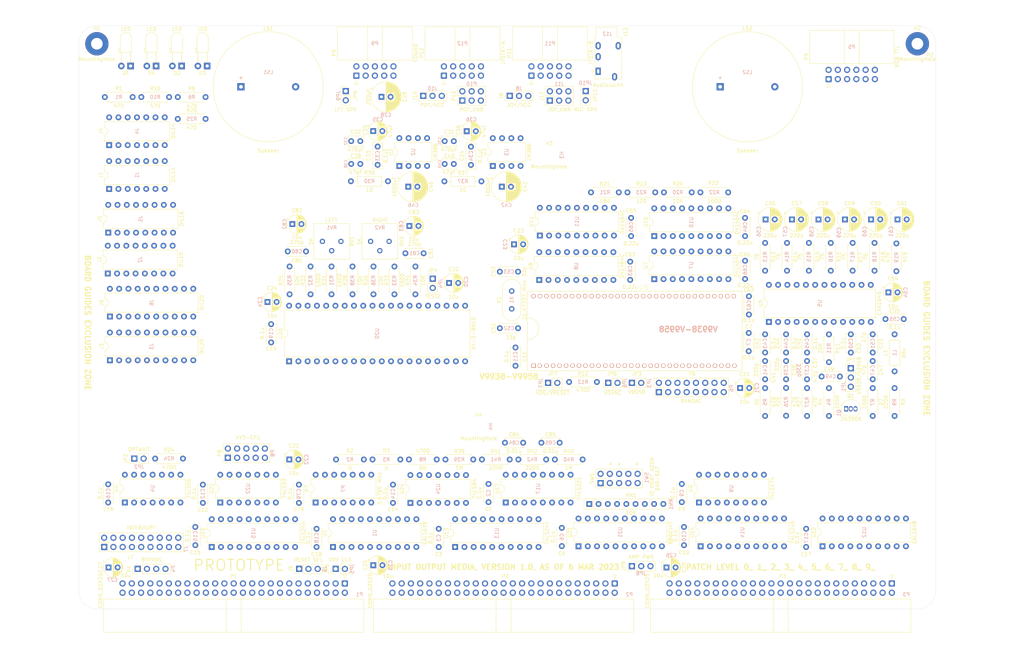
<source format=kicad_pcb>
(kicad_pcb (version 20211014) (generator pcbnew)
  (layers (0 "F.Cu" signal) (31 "B.Cu" signal) (34 "B.Paste" user) (35 "F.Paste" user) (36 "B.SilkS" user "B.Silkscreen") (37 "F.SilkS" user "F.Silkscreen") (38 "B.Mask" user) (39 "F.Mask" user) (44 "Edge.Cuts" user))
  (net 0 "")
  (net 1 "GND")
  (net 2 "VCC")
  (net 3 "/VDP/BLUE")
  (net 4 "Net-(D3-Pad2)")
  (net 5 "/VDP/GREEN")
  (net 6 "Net-(D4-Pad2)")
  (net 7 "Net-(D3-Pad1)")
  (net 8 "Net-(RN1-Pad9)")
  (net 9 "Net-(RN1-Pad5)")
  (net 10 "Net-(RN1-Pad4)")
  (net 11 "Net-(RN1-Pad3)")
  (net 12 "Net-(RN1-Pad2)")
  (net 13 "Net-(D1-Pad2)")
  (net 14 "-12V")
  (net 15 "~{EIRQ0}")
  (net 16 "~{EIRQ1}")
  (net 17 "~{EIRQ2}")
  (net 18 "~{EIRQ3}")
  (net 19 "~{EIRQ4}")
  (net 20 "~{EIRQ5}")
  (net 21 "~{EIRQ6}")
  (net 22 "~{EIRQ7}")
  (net 23 "~{INT0}")
  (net 24 "~{M1}")
  (net 25 "~{IORQ}")
  (net 26 "~{WR}")
  (net 27 "~{RD}")
  (net 28 "A0")
  (net 29 "A1")
  (net 30 "A2")
  (net 31 "A3")
  (net 32 "A4")
  (net 33 "A5")
  (net 34 "A6")
  (net 35 "A7")
  (net 36 "+12V")
  (net 37 "D0")
  (net 38 "D1")
  (net 39 "D2")
  (net 40 "D3")
  (net 41 "D4")
  (net 42 "D5")
  (net 43 "D6")
  (net 44 "D7")
  (net 45 "ONE")
  (net 46 "ZERO")
  (net 47 "bD6")
  (net 48 "bD5")
  (net 49 "bD4")
  (net 50 "bD3")
  (net 51 "bD2")
  (net 52 "bD1")
  (net 53 "bD0")
  (net 54 "~{bWR}")
  (net 55 "~{bRD}")
  (net 56 "bA0")
  (net 57 "bD7")
  (net 58 "~{bRESET}")
  (net 59 "~{bM1}")
  (net 60 "bA7")
  (net 61 "bA6")
  (net 62 "bA5")
  (net 63 "bA4")
  (net 64 "~{bIORQ}")
  (net 65 "bA1")
  (net 66 "bA2")
  (net 67 "bA3")
  (net 168 "/bus/D15")
  (net 169 "/bus/D31")
  (net 170 "/bus/D14")
  (net 171 "/bus/D30")
  (net 172 "/bus/D13")
  (net 173 "/bus/D29")
  (net 174 "/bus/D12")
  (net 175 "/bus/D28")
  (net 176 "/bus/D11")
  (net 177 "/bus/D27")
  (net 178 "/bus/D10")
  (net 179 "/bus/D26")
  (net 180 "/bus/D9")
  (net 181 "/bus/D25")
  (net 182 "/bus/D8")
  (net 183 "/bus/D24")
  (net 184 "/bus/D23")
  (net 185 "/bus/D22")
  (net 186 "/bus/D21")
  (net 187 "/bus/D20")
  (net 188 "/bus/D19")
  (net 189 "/bus/D18")
  (net 190 "/bus/D17")
  (net 191 "/bus/D16")
  (net 192 "/bus/~{BUSERR}")
  (net 193 "/bus/UDS")
  (net 194 "/bus/~{VPA}")
  (net 195 "/bus/LDS")
  (net 196 "/bus/~{VMA}")
  (net 197 "/bus/S2")
  (net 198 "/bus/~{BHE}")
  (net 199 "/bus/S1")
  (net 200 "/bus/IPL2")
  (net 201 "/bus/S0")
  (net 202 "/bus/IPL1")
  (net 203 "/bus/AUXCLK3")
  (net 204 "/bus/IPL0")
  (net 205 "/bus/AUXCLK2")
  (net 206 "/bus/A15")
  (net 207 "/bus/A31")
  (net 208 "/bus/A14")
  (net 209 "/bus/A30")
  (net 210 "/bus/A13")
  (net 211 "/bus/A29")
  (net 212 "/bus/A12")
  (net 213 "/bus/A28")
  (net 214 "/bus/A11")
  (net 215 "/bus/A27")
  (net 216 "/bus/A10")
  (net 217 "/bus/A26")
  (net 218 "/bus/A9")
  (net 219 "/bus/A25")
  (net 220 "/bus/A8")
  (net 221 "/bus/A24")
  (net 222 "/bus/A23")
  (net 223 "/bus/A22")
  (net 224 "/bus/A21")
  (net 225 "/bus/A20")
  (net 226 "/bus/A19")
  (net 227 "/bus/A18")
  (net 228 "/bus/A17")
  (net 229 "/bus/A16")
  (net 230 "/bus/IC3")
  (net 231 "/VDP/RED")
  (net 232 "/bus/IC2")
  (net 233 "Net-(C43-Pad2)")
  (net 234 "/bus/IC1")
  (net 235 "Net-(C44-Pad2)")
  (net 236 "/bus/IC0")
  (net 237 "Net-(C45-Pad2)")
  (net 238 "/bus/AUXCLK1")
  (net 239 "/bus/AUXCLK0")
  (net 240 "/bus/E")
  (net 241 "/bus/ST")
  (net 242 "/bus/PHI")
  (net 243 "/bus/~{MREQ}")
  (net 244 "/bus/~{INT2}")
  (net 245 "/bus/~{INT1}")
  (net 246 "/bus/~{BUSACK}")
  (net 247 "/bus/CRUCLK")
  (net 248 "/VDP/SYNCIN")
  (net 249 "/bus/CRUOUT")
  (net 250 "/bus/CRUIN")
  (net 251 "/bus/~{NMI}")
  (net 252 "~{RES_IN}")
  (net 253 "~{RES_OUT}")
  (net 254 "/bus/USER8")
  (net 255 "/bus/~{BUSRQ}")
  (net 256 "/bus/USER7")
  (net 257 "Net-(C49-Pad1)")
  (net 258 "/bus/USER6")
  (net 259 "/bus/~{HALT}")
  (net 260 "/bus/USER5")
  (net 261 "/bus/~{RFSH}")
  (net 262 "/bus/USER4")
  (net 263 "/bus/USER3")
  (net 264 "/bus/USER2")
  (net 265 "/bus/USER1")
  (net 266 "/bus/USER0")
  (net 267 "~{BAI}")
  (net 268 "~{BAO}")
  (net 269 "~{IEI}")
  (net 270 "~{IEO}")
  (net 271 "/bus/I2C_SCL")
  (net 272 "/bus/I2C_SDA")
  (net 273 "Net-(C50-Pad1)")
  (net 274 "Net-(C51-Pad1)")
  (net 277 "Net-(C51-Pad2)")
  (net 278 "Net-(C52-Pad1)")
  (net 279 "Net-(C53-Pad1)")
  (net 280 "Net-(C54-Pad1)")
  (net 281 "Net-(C55-Pad1)")
  (net 282 "Net-(C56-Pad1)")
  (net 283 "/VDP/ROUT")
  (net 284 "Net-(C57-Pad1)")
  (net 286 "/VDP/GOUT")
  (net 287 "Net-(C58-Pad1)")
  (net 288 "/VDP/BOUT")
  (net 289 "Net-(C59-Pad1)")
  (net 290 "/VDP/COMP")
  (net 291 "Net-(C60-Pad1)")
  (net 297 "/VDP/LUMA")
  (net 298 "Net-(C61-Pad1)")
  (net 299 "/VDP/CHROMA")
  (net 300 "Net-(C62-Pad1)")
  (net 301 "Net-(C80-Pad2)")
  (net 302 "Net-(C81-Pad1)")
  (net 307 "/Amplifier/AMPPWR")
  (net 309 "AUDIO_L")
  (net 311 "Net-(C84-Pad1)")
  (net 312 "Net-(C84-Pad2)")
  (net 313 "Net-(C85-Pad1)")
  (net 324 "Net-(C85-Pad2)")
  (net 325 "Net-(J9-Pad2)")
  (net 326 "Net-(D2-Pad1)")
  (net 327 "Net-(D2-Pad2)")
  (net 328 "Net-(D4-Pad1)")
  (net 329 "Net-(J7-Pad1)")
  (net 330 "Net-(J8-Pad2)")
  (net 331 "/PSG/JOYBG")
  (net 332 "Net-(J10-Pad2)")
  (net 333 "/PSG/POTA1")
  (net 334 "/PSG/JOYBH")
  (net 335 "Net-(J11-Pad2)")
  (net 336 "Net-(J11-Pad4)")
  (net 337 "Net-(J11-Pad6)")
  (net 338 "Net-(JP1-Pad1)")
  (net 339 "Net-(JP1-Pad3)")
  (net 340 "Net-(JP2-Pad1)")
  (net 341 "~{WAIT}")
  (net 342 "Net-(JP3-Pad1)")
  (net 343 "Net-(JP4-Pad2)")
  (net 344 "VRY_CLK")
  (net 345 "CLK")
  (net 346 "/bus/~{TEND1}")
  (net 347 "/bus/~{DREQ1}")
  (net 348 "/bus/~{TEND0}")
  (net 349 "/bus/~{DREQ0}")
  (net 350 "/VDP/AV")
  (net 351 "/VDP/YS")
  (net 352 "AUDIO_R")
  (net 353 "/VDP/C0")
  (net 354 "/VDP/C1")
  (net 355 "/VDP/C2")
  (net 356 "/VDP/C3")
  (net 357 "/VDP/C4")
  (net 358 "/VDP/C5")
  (net 359 "/VDP/C6")
  (net 360 "/VDP/C7")
  (net 362 "/VDP/CBDR")
  (net 368 "/PSG/CLK_AY3")
  (net 373 "Net-(P8-Pad1)")
  (net 374 "Net-(P8-Pad2)")
  (net 375 "Net-(P8-Pad4)")
  (net 376 "Net-(P8-Pad5)")
  (net 377 "Net-(P8-Pad7)")
  (net 378 "Net-(P8-Pad9)")
  (net 379 "Net-(P8-Pad10)")
  (net 380 "/PSG/SPAREA")
  (net 381 "/PSG/SPAREB")
  (net 382 "ACR5")
  (net 383 "/PSG/POTA2")
  (net 384 "Net-(P10-Pad2)")
  (net 385 "Net-(P10-Pad4)")
  (net 386 "Net-(P10-Pad6)")
  (net 387 "/PSG/JOYBU")
  (net 388 "/PSG/JOYBD")
  (net 389 "/PSG/JOYBL")
  (net 390 "/PSG/JOYBR")
  (net 391 "/PSG/JOYBF")
  (net 392 "/PSG/JOYAU")
  (net 393 "/PSG/JOYAD")
  (net 394 "/PSG/JOYAL")
  (net 395 "/PSG/JOYAR")
  (net 396 "/PSG/JOYAF")
  (net 397 "Net-(Q1-Pad3)")
  (net 398 "Net-(R11-Pad1)")
  (net 399 "Net-(R13-Pad2)")
  (net 400 "Net-(R14-Pad2)")
  (net 401 "Net-(R15-Pad2)")
  (net 402 "Net-(R16-Pad2)")
  (net 403 "Net-(R17-Pad2)")
  (net 404 "Net-(R18-Pad2)")
  (net 405 "Net-(RN1-Pad6)")
  (net 407 "~{CS_MEDIA}")
  (net 413 "~{CS_ACR}")
  (net 414 "~{CS_ACR_WR}")
  (net 415 "~{CS_PSG_A0}")
  (net 416 "~{CS_PSG_WR}")
  (net 417 "~{VDP_RD}")
  (net 418 "~{VDP_WR}")
  (net 419 "Net-(U24-Pad8)")
  (net 420 "/ACR/STATUS-VDP")
  (net 421 "/ACR/STATUS-PSG")
  (net 425 "/VDP/VD0")
  (net 426 "/VDP/VD1")
  (net 427 "Net-(C35-Pad1)")
  (net 428 "Net-(C36-Pad1)")
  (net 429 "/VDP/AD6")
  (net 430 "/VDP/AD5")
  (net 431 "/VDP/AD4")
  (net 432 "/VDP/AD7")
  (net 433 "/VDP/AD3")
  (net 434 "/VDP/AD2")
  (net 435 "/VDP/AD1")
  (net 436 "/VDP/AD0")
  (net 437 "/VDP/VD2")
  (net 438 "Net-(C38-Pad1)")
  (net 439 "/VDP/VD3")
  (net 440 "/VDP/VD4")
  (net 441 "/VDP/VD5")
  (net 442 "/VDP/VD6")
  (net 443 "/VDP/VD7")
  (net 444 "Net-(U24-Pad5)")
  (net 446 "~{RESAY3}")
  (net 447 "Net-(C40-Pad1)")
  (net 448 "VRY")
  (net 450 "/PSG/PWA2")
  (net 452 "/PSG/PWA1")
  (net 461 "~{RESVDP}")
  (net 464 "Net-(C42-Pad1)")
  (net 465 "/Amplifier/L-CH")
  (net 466 "/VDP/BLANK")
  (net 467 "/VDP/VBY")
  (net 471 "Net-(C46-Pad1)")
  (net 472 "/Amplifier/R-CH")
  (net 474 "/VDP/~{HSYNC}")
  (net 475 "Net-(JP7-Pad1)")
  (net 476 "/VDP/~{DHCLK}")
  (net 477 "/VDP/~{DLCLK}")
  (net 478 "/VDP/~{CSYNC}")
  (net 479 "/VDP/~{LPS-WAIT}")
  (net 480 "/VDP/~{VINT}")
  (net 485 "/VDP/~{VRW}")
  (net 486 "/VDP/~{CAS1}")
  (net 487 "/VDP/~{CAS0}")
  (net 488 "/VDP/~{RAS}")
  (net 489 "Net-(JP9-Pad2)")
  (net 490 "Net-(JP10-Pad2)")
  (footprint "MountingHole:MountingHole_3.2mm_M3_Pad" (layer "F.Cu") (at 265 75)
    (fp_text reference "H2")
    (fp_text value "MountingHole")
  )
  (footprint "MountingHole:MountingHole_3.2mm_M3_Pad" (layer "F.Cu") (at 40 75)
    (fp_text reference "H1")
    (fp_text value "MountingHole")
  )
  (footprint "Connector_IDC:IDC-Header_2x25_P2.54mm_Horizontal" (layer "F.Cu") (at 182 223 -90)
    (fp_text reference "P2")
    (fp_text value "CONN_02X25")
  )
  (footprint "Connector_IDC:IDC-Header_2x25_P2.54mm_Horizontal" (layer "F.Cu") (at 258 223 -90)
    (fp_text reference "P3")
    (fp_text value "CONN_02X25")
  )
  (footprint "Connector_IDC:IDC-Header_2x25_P2.54mm_Horizontal" (layer "F.Cu") (at 108 223 -90)
    (fp_text reference "P1")
    (fp_text value "CONN_02X25")
  )
  (footprint "Package_TO_SOT_THT:TO-92_Inline" (layer "F.Cu") (at 245.48 175.11)
    (fp_text reference "Q1")
    (fp_text value "2N3906")
  )
  (footprint "MountingHole:MountingHole_2.1mm" (layer "F.Cu") (at 164 105.5)
    (fp_text reference "H3")
    (fp_text value "MountingHole")
  )
  (footprint "Connector_Audio:Jack_3.5mm_PJ320E_Horizontal" (layer "F.Cu") (at 177.4675 82.55)
    (fp_text reference "J12")
    (fp_text value "AudioJack4")
  )
  (footprint "Capacitor_THT:CP_Radial_D6.3mm_P2.50mm" (layer "F.Cu") (at 252.317621 123.17)
    (fp_text reference "C60")
    (fp_text value "220u")
  )
  (footprint "Capacitor_THT:C_Disc_D7.0mm_W2.5mm_P5.00mm" (layer "F.Cu") (at 142.584698 108.23 90)
    (fp_text reference "C34")
    (fp_text value "0.1uF")
  )
  (footprint "Capacitor_THT:C_Disc_D5.0mm_W2.5mm_P5.00mm" (layer "F.Cu") (at 223.25 159.67 90)
    (fp_text reference "C43")
    (fp_text value "0.1u")
  )
  (footprint "MountingHole:MountingHole_2.1mm" (layer "F.Cu") (at 144.75 180)
    (fp_text reference "H4")
    (fp_text value "MountingHole")
  )
  (footprint "Connector_PinHeader_2.54mm:PinHeader_2x05_P2.54mm_Vertical" (layer "F.Cu") (at 178.125 195.475 90)
    (fp_text reference "SW1")
    (fp_text value "IO PORT ADDR")
  )
  (footprint "Package_DIP:DIP-16_W7.62mm" (layer "F.Cu") (at 152.125 200.8 90)
    (fp_text reference "U17")
    (fp_text value "74LS221")
  )
  (footprint "Capacitor_THT:CP_Radial_D6.3mm_P2.50mm" (layer "F.Cu") (at 245.135242 123.17)
    (fp_text reference "C59")
    (fp_text value "220u")
  )
  (footprint "Package_DIP:DIP-14_W7.62mm" (layer "F.Cu") (at 43.375 114.8 90)
    (fp_text reference "J1")
    (fp_text value "DIL14")
  )
  (footprint "Connector_PinHeader_2.54mm:PinHeader_1x02_P2.54mm_Vertical" (layer "F.Cu") (at 108.25 87.975)
    (fp_text reference "JP9")
    (fp_text value "LFT SPK")
  )
  (footprint "Connector_PinHeader_2.54mm:PinHeader_1x02_P2.54mm_Vertical" (layer "F.Cu") (at 132.1 139.425)
    (fp_text reference "JP4")
    (fp_text value "TEST2")
  )
  (footprint "Resistor_THT:R_Axial_DIN0207_L6.3mm_D2.5mm_P7.62mm_Horizontal" (layer "F.Cu") (at 247.25 129.61 -90)
    (fp_text reference "R17")
    (fp_text value "75")
  )
  (footprint "Connector_PinHeader_2.54mm:PinHeader_1x02_P2.54mm_Vertical" (layer "F.Cu") (at 50.275 188.75 90)
    (fp_text reference "JP2")
    (fp_text value "OPTWAIT")
  )
  (footprint "Resistor_THT:R_Axial_DIN0207_L6.3mm_D2.5mm_P10.16mm_Horizontal" (layer "F.Cu") (at 109.662047 112.7)
    (fp_text reference "R30")
    (fp_text value "10")
  )
  (footprint "Capacitor_THT:C_Disc_D5.0mm_W2.5mm_P5.00mm" (layer "F.Cu") (at 161.9 184.4)
    (fp_text reference "C85")
    (fp_text value "0.01u")
  )
  (footprint "Resistor_THT:R_Axial_DIN0207_L6.3mm_D2.5mm_P7.62mm_Horizontal" (layer "F.Cu") (at 241.25 129.61 -90)
    (fp_text reference "R16")
    (fp_text value "75")
  )
  (footprint "Capacitor_THT:C_Disc_D5.0mm_W2.5mm_P5.00mm" (layer "F.Cu") (at 97.35 131.95 180)
    (fp_text reference "C80")
    (fp_text value "270p")
  )
  (footprint "Connector_IDC:IDC-Header_2x06_P2.54mm_Horizontal" (layer "F.Cu") (at 240.65 84.6975 90)
    (fp_text reference "P5")
    (fp_text value "RGB TTL")
  )
  (footprint "Jameco PCB Speaker 30mm 135722:Jameco PCB Speaker 30mm 135722" (layer "F.Cu") (at 83.2 86.8)
    (fp_text reference "LS1")
    (fp_text value "Speaker")
  )
  (footprint "Capacitor_THT:CP_Radial_D6.3mm_P2.50mm" (layer "F.Cu") (at 259.567621 123.17)
    (fp_text reference "C61")
    (fp_text value "220u")
  )
  (footprint "Resistor_THT:R_Axial_DIN0207_L6.3mm_D2.5mm_P7.62mm_Horizontal" (layer "F.Cu") (at 235.25 129.61 -90)
    (fp_text reference "R15")
    (fp_text value "75")
  )
  (footprint "Package_DIP:DIP-20_W7.62mm" (layer "F.Cu") (at 104.75 213 90)
    (fp_text reference "U1")
    (fp_text value "GAL16V8")
  )
  (footprint "Connector_PinHeader_2.54mm:PinHeader_1x03_P2.54mm_Vertical" (layer "F.Cu") (at 186.725 218.25 90)
    (fp_text reference "JP8")
    (fp_text value "AMP PWR")
  )
  (footprint "Package_DIP:DIP-14_W7.62mm" (layer "F.Cu") (at 47.675 200.8 90)
    (fp_text reference "U4")
    (fp_text value "74LS06")
  )
  (footprint "Resistor_THT:R_Axial_DIN0207_L6.3mm_D2.5mm_P7.62mm_Horizontal" (layer "F.Cu") (at 185.5 115.75)
    (fp_text reference "R23")
    (fp_text value "120")
  )
  (footprint "Inductor_THT:L_Axial_L6.6mm_D2.7mm_P10.16mm_Horizontal_Vishay_IM-2" (layer "F.Cu") (at 258.75 164.83 90)
    (fp_text reference "L1")
    (fp_text value "68u")
  )
  (footprint "Connector_PinHeader_2.54mm:PinHeader_2x05_P2.54mm_Vertical" (layer "F.Cu") (at 75.925 188.54 90)
    (fp_text reference "P8")
    (fp_text value "AY3-CFG")
  )
  (footprint "Resistor_THT:R_Axial_DIN0207_L6.3mm_D2.5mm_P7.62mm_Horizontal" (layer "F.Cu") (at 105.59 189)
    (fp_text reference "R2")
    (fp_text value "0")
  )
  (footprint "Connector_PinHeader_2.54mm:PinHeader_1x03_P2.54mm_Vertical" (layer "F.Cu") (at 153.225 89.3 90)
    (fp_text reference "J8")
    (fp_text value "JOY/VCC")
  )
  (footprint "Package_DIP:DIP-14_W7.62mm" (layer "F.Cu") (at 43.375 102.8 90)
    (fp_text reference "J4")
    (fp_text value "DIL14")
  )
  (footprint "Capacitor_THT:C_Disc_D5.0mm_W2.5mm_P5.00mm" (layer "F.Cu") (at 217.75 139.5 90)
    (fp_text reference "C66")
    (fp_text value "0.22u")
  )
  (footprint "Package_DIP:DIP-18_W7.62mm" (layer "F.Cu") (at 192.85 139.55 90)
    (fp_text reference "U7")
    (fp_text value "D41464C")
  )
  (footprint "Connector_PinHeader_2.54mm:PinHeader_1x02_P2.54mm_Vertical" (layer "F.Cu") (at 180.225 168 90)
    (fp_text reference "JP6")
    (fp_text value "~{HSYNC}")
  )
  (footprint "LED_THT:LED_D3.0mm_Horizontal_O3.81mm_Z2.0mm" (layer "F.Cu") (at 49.25 81.1 180)
    (fp_text reference "D1")
    (fp_text value "LED")
  )
  (footprint "Resistor_THT:R_Axial_DIN0207_L6.3mm_D2.5mm_P7.62mm_Horizontal" (layer "F.Cu") (at 223.25 177.06 90)
    (fp_text reference "R5")
    (fp_text value "470")
  )
  (footprint "Resistor_THT:R_Axial_DIN0207_L6.3mm_D2.5mm_P7.62mm_Horizontal" (layer "F.Cu") (at 135.59 189)
    (fp_text reference "R39")
    (fp_text value "1M")
  )
  (footprint "Package_DIP:DIP-24_W10.16mm" (layer "F.Cu") (at 224.275 151.27 90)
    (fp_text reference "U5")
    (fp_text value "CXA1645")
  )
  (footprint "Resistor_THT:R_Axial_DIN0207_L6.3mm_D2.5mm_P7.62mm_Horizontal" (layer "F.Cu") (at 55.99 188.75)
    (fp_text reference "R24")
    (fp_text value "4700")
  )
  (footprint "Resistor_THT:R_Axial_DIN0207_L6.3mm_D2.5mm_P7.62mm_Horizontal" (layer "F.Cu") (at 110.1 143.7 90)
    (fp_text reference "R38")
    (fp_text value "10K")
  )
  (footprint "Resistor_THT:R_Axial_DIN0207_L6.3mm_D2.5mm_P7.62mm_Horizontal" (layer "F.Cu") (at 145.59 189)
    (fp_text reference "R41")
    (fp_text value "2200")
  )
  (footprint "Capacitor_THT:C_Disc_D5.0mm_W2.5mm_P5.00mm" (layer "F.Cu") (at 95.4 195.9 -90)
    (fp_text reference "C79")
    (fp_text value "0.1u")
  )
  (footprint "Capacitor_THT:CP_Radial_D6.3mm_P2.50mm" (layer "F.Cu") (at 230.612863 123.17)
    (fp_text reference "C57")
    (fp_text value "220u")
  )
  (footprint "Capacitor_THT:C_Disc_D5.0mm_W2.5mm_P5.00mm" (layer "F.Cu") (at 67 207.5 -90)
    (fp_text reference "C15")
    (fp_text value "0.1u")
  )
  (footprint "Package_DIP:DIP-40_W15.24mm" (layer "F.Cu") (at 92.725 162.075 90)
    (fp_text reference "U20")
    (fp_text value "AY-3-8910")
  )
  (footprint "Capacitor_THT:C_Disc_D5.0mm_W2.5mm_P5.00mm" (layer "F.Cu") (at 147.4 195.7 -90)
    (fp_text reference "C2")
    (fp_text value "0.1u")
  )
  (footprint "Capacitor_THT:C_Disc_D5.0mm_W2.5mm_P5.00mm" (layer "F.Cu") (at 69.065 195.9 -90)
    (fp_text reference "C12")
    (fp_text value "0.1u")
  )
  (footprint "Package_DIP:DIP-18_W7.62mm" (layer "F.Cu") (at 161.47 127.6 90)
    (fp_text reference "U11")
    (fp_text value "D41464C")
  )
  (footprint "Resistor_THT:R_Axial_DIN0207_L6.3mm_D2.5mm_P7.62mm_Horizontal" (layer "F.Cu") (at 165.59 189)
    (fp_text reference "R40")
    (fp_text value "1M")
  )
  (footprint "Capacitor_THT:C_Disc_D5.0mm_W2.5mm_P5.00mm" (layer "F.Cu") (at 238.75 166.25)
    (fp_text reference "C49")
    (fp_text value "4.7p")
  )
  (footprint "Capacitor_THT:C_Disc_D5.0mm_W2.5mm_P5.00mm" (layer "F.Cu") (at 252.75 154.67 -90)
    (fp_text reference "C51")
    (fp_text value "27p")
  )
  (footprint "Capacitor_THT:CP_Radial_D5.0mm_P2.50mm" (layer "F.Cu") (at 216.4 169.4)
    (fp_text reference "C21")
    (fp_text value "10u")
  )
  (footprint "Crystal:Crystal_HC49-4H_Vertical" (layer "F.Cu") (at 153.75 147.7 90)
    (fp_text reference "X1")
    (fp_text value "21.47727 MHz")
  )
  (footprint "Capacitor_THT:C_Disc_D5.0mm_W2.5mm_P5.00mm" (layer "F.Cu") (at 87.794888 151.9 -90)
    (fp_text reference "C19")
    (fp_text value "0.1u")
  )
  (footprint "Package_DIP:DIP-18_W7.62mm" (layer "F.Cu") (at 192.85 127.75 90)
    (fp_text reference "U10")
    (fp_text value "D41464C")
  )
  (footprint "Package_DIP:DIP-18_W7.62mm" (layer "F.Cu") (at 161.31 139.77 90)
    (fp_text reference "U8")
    (fp_text value "D41464C")
  )
  (footprint "Capacitor_THT:CP_Radial_D6.3mm_P2.50mm" (layer "F.Cu") (at 223.385242 123.17)
    (fp_text reference "C56")
    (fp_text value "220u")
  )
  (footprint "Capacitor_THT:C_Disc_D5.0mm_W2.5mm_P5.00mm" (layer "F.Cu") (at 155.5 137.5 180)
    (fp_text reference "C53")
    (fp_text value "33p")
  )
  (footprint "Capacitor_THT:CP_Radial_D5.0mm_P2.50mm" (layer "F.Cu") (at 141.424474 98.98)
    (fp_text reference "C36")
    (fp_text value "47uF")
  )
  (footprint "Connector_PinHeader_2.54mm:PinHeader_1x04_P2.54mm_Vertical" (layer "F.Cu") (at 51.2 219 90)
    (fp_text reference "P4")
    (fp_text value "BYPASS")
  )
  (footprint "Resistor_THT:R_Axial_DIN0207_L6.3mm_D2.5mm_P7.62mm_Horizontal" (layer "F.Cu") (at 259.25 129.75 -90)
    (fp_text reference "R19")
    (fp_text value "47K")
  )
  (footprint "Resistor_THT:R_Axial_DIN0207_L6.3mm_D2.5mm_P7.62mm_Horizontal" (layer "F.Cu") (at 62.19 89.62)
    (fp_text reference "R6")
    (fp_text value "470")
  )
  (footprint "Capacitor_THT:C_Disc_D5.0mm_W2.5mm_P5.00mm" (layer "F.Cu") (at 167.5 207.75 -90)
    (fp_text reference "C6")
    (fp_text value "0.1u")
  )
  (footprint "Package_DIP:DIP-20_W7.62mm" (layer "F.Cu") (at 205.575 212.8 90)
    (fp_text reference "U14")
    (fp_text value "74LS245")
  )
  (footprint "Resistor_THT:R_Axial_DIN0207_L6.3mm_D2.5mm_P7.62mm_Horizontal" (layer "F.Cu") (at 252.75 169.44 -90)
    (fp_text reference "R7")
    (fp_text value "1000")
  )
  (footprint "Capacitor_THT:C_Disc_D5.0mm_W2.5mm_P5.00mm" (layer "F.Cu") (at 200.4 195.7 -90)
    (fp_text reference "C9")
    (fp_text value "0.1u")
  )
  (footprint "Resistor_THT:R_Axial_DIN0207_L6.3mm_D2.5mm_P7.62mm_Horizontal" (layer "F.Cu") (at 62.19 95.6)
    (fp_text reference "R25")
    (fp_text value "470")
  )
  (footprint "Resistor_THT:R_Axial_DIN0207_L6.3mm_D2.5mm_P7.62mm_Horizontal" (layer "F.Cu") (at 169.5 167.75)
    (fp_text reference "R12")
    (fp_text value "4700")
  )
  (footprint "Capacitor_THT:CP_Radial_D5.0mm_P2.50mm" (layer "F.Cu") (at 125.689776 124.95)
    (fp_text reference "C83")
    (fp_text value "10u")
  )
  (footprint "Package_DIP:DIP-20_W7.62mm" (layer "F.Cu") (at 43.575 149.8 90)
    (fp_text reference "J6")
    (fp_text value "DIL20")
  )
  (footprint "Resistor_THT:R_Array_SIP9" (layer "F.Cu") (at 175.025 201.2)
    (fp_text reference "RN1")
    (fp_text value "10K")
  )
  (footprint "Connector_PinHeader_2.54mm:PinHeader_2x08_P2.54mm_Vertical" (layer "F.Cu") (at 194.125 170.525 90)
    (fp_text reference "P6")
    (fp_text value "RAMDAC")
  )
  (footprint "Connector_IDC:IDC-Header_2x05_P2.54mm_Horizontal" (layer "F.Cu") (at 159.17 83.7475 90)
    (fp_text reference "P11")
    (fp_text value "JYSTK-B")
  )
  (footprint "Connector_PinHeader_2.54mm:PinHeader_1x02_P2.54mm_Vertical" (layer "F.Cu") (at 105.475 219 90)
    (fp_text reference "JP5")
    (fp_text value "VRY CLK")
  )
  (footprint "Package_DIP:DIP-20_W7.62mm" (layer "F.Cu") (at 71.5 213 90)
    (fp_text reference "U15")
    (fp_text value "74LS244")
  )
  (footprint "Capacitor_THT:C_Disc_D5.0mm_W2.5mm_P5.00mm" (layer "F.Cu") (at 121.2 195.9 -90)
    (fp_text reference "C14")
    (fp_text value "0.1u")
  )
  (footprint "Package_DIP:DIP-16_W7.62mm" (layer "F.Cu") (at 43 138 90)
    (fp_text reference "J2")
    (fp_text value "DIL16")
  )
  (footprint "Capacitor_THT:CP_Radial_D5.0mm_P2.50mm" (layer "F.Cu") (at 196.2 218.6)
    (fp_text reference "C26")
    (fp_text value "10u")
  )
  (footprint "Capacitor_THT:C_Disc_D3.8mm_W2.6mm_P2.50mm" (layer "F.Cu") (at 109.742047 101.7)
    (fp_text reference "C32")
    (fp_text value "470pF")
  )
  (footprint "Connector_PinHeader_2.54mm:PinHeader_2x03_P2.54mm_Vertical" (layer "F.Cu") (at 164.225 90.575 90)
    (fp_text reference "J11")
    (fp_text value "JOY_ENB")
  )
  (footprint "Capacitor_THT:C_Disc_D5.0mm_W2.5mm_P5.00mm" (layer "F.Cu") (at 218.75 154.3 -90)
    (fp_text reference "C7")
    (fp_text value "0.1u")
  )
  (footprint "Capacitor_THT:C_Disc_D3.8mm_W2.6mm_P2.50mm" (layer "F.Cu") (at 135.374698 107.965)
    (fp_text reference "C40")
    (fp_text value "47pF")
  )
  (footprint "Package_DIP:DIP-20_W7.62mm" (layer "F.Cu") (at 43.575 161.8 90)
    (fp_text reference "J3")
    (fp_text value "DIL20")
  )
  (footprint "Resistor_THT:R_Axial_DIN0207_L6.3mm_D2.5mm_P7.62mm_Horizontal" (layer "F.Cu") (at 195.5 115.75)
    (fp_text reference "R20")
    (fp_text value "10K")
  )
  (footprint "Package_DIP:DIP-8_W7.62mm" (layer "F.Cu") (at 122.942047 108.5 90)
    (fp_text reference "U2")
    (fp_text value "LM386")
  )
  (footprint "Resistor_THT:R_Axial_DIN0207_L6.3mm_D2.5mm_P7.62mm_Horizontal" (layer "F.Cu") (at 240.75 154.69 -90)
    (fp_text reference "R11")
    (fp_text value "20K")
  )
  (footprint "Capacitor_THT:C_Disc_D3.8mm_W2.6mm_P2.50mm" (layer "F.Cu") (at 135.374698 101.715)
    (fp_text reference "C31")
    (fp_text value "470pF")
  )
  (footprint "Capacitor_THT:C_Disc_D7.0mm_W2.5mm_P5.00mm" (layer "F.Cu") (at 116.992047 108.2 90)
    (fp_text reference "C33")
    (fp_text value "0.1uF")
  )
  (footprint "Capacitor_THT:C_Disc_D5.0mm_W2.5mm_P5.00mm" (layer "F.Cu") (at 151.9 184.4)
    (fp_text reference "C84")
    (fp_text value "0.01u")
  )
  (footprint "Capacitor_THT:CP_Radial_D5.0mm_P2.50mm" (layer "F.Cu") (at 92.769328 189)
    (fp_text reference "C22")
    (fp_text value "10u")
  )
  (footprint "Resistor_THT:R_Axial_DIN0207_L6.3mm_D2.5mm_P7.62mm_Horizontal" (layer "F.Cu") (at 205.5 115.75)
    (fp_text reference "R22")
    (fp_text value "1000")
  )
  (footprint "LED_THT:LED_D3.0mm_Horizontal_O3.81mm_Z2.0mm" (layer "F.Cu") (at 63.25 81.1 180)
    (fp_text reference "D2")
    (fp_text value "LED")
  )
  (footprint "Capacitor_THT:C_Disc_D5.0mm_W2.5mm_P5.00mm" (layer "F.Cu") (at 223.25 162 -90)
    (fp_text reference "C41")
    (fp_text value "330p")
  )
  (footprint "Package_DIP:DIP-8_W7.62mm" (layer "F.Cu") (at 148.574698 108.515 90)
    (fp_text reference "U3")
    (fp_text value "LM386")
  )
  (footprint "Resistor_THT:R_Axial_DIN0207_L6.3mm_D2.5mm_P10.16mm_Horizontal" (layer "F.Cu") (at 135.294698 112.73)
    (fp_text reference "R37")
    (fp_text value "10")
  )
  (footprint "Capacitor_THT:CP_Radial_D5.0mm_P2.50mm" (layer "F.Cu") (at 93.599776 124.45)
    (fp_text reference "C82")
    (fp_text value "10u")
  )
  (footprint "Capacitor_THT:CP_Radial_D5.0mm_P2.50mm" (layer "F.Cu") (at 115.786935 98.95)
    (fp_text reference "C35")
    (fp_text value "47uF")
  )
  (footprint "Capacitor_THT:C_Disc_D5.0mm_W2.5mm_P5.00mm" (layer "F.Cu") (at 129.6 132.45 180)
    (fp_text reference "C81")
    (fp_text value "270p")
  )
  (footprint "Capacitor_THT:C_Disc_D3.8mm_W2.6mm_P2.50mm" (layer "F.Cu") (at 109.742047 107.95)
    (fp_text reference "C38")
    (fp_text value "47pF")
  )
  (footprint "Resistor_THT:R_Axial_DIN0207_L6.3mm_D2.5mm_P7.62mm_Horizontal" (layer "F.Cu") (at 253.25 129.61 -90)
    (fp_text reference "R18")
    (fp_text value "75")
  )
  (footprint "Resistor_THT:R_Axial_DIN0207_L6.3mm_D2.5mm_P7.62mm_Horizontal" (layer "F.Cu") (at 234.75 177.06 90)
    (fp_text reference "R27")
    (fp_text value "470")
  )
  (footprint "Capacitor_THT:C_Disc_D5.0mm_W2.5mm_P5.00mm" (layer "F.Cu") (at 155.5 153 180)
    (fp_text reference "C52")
    (fp_text value "33p")
  )
  (footprint "Resistor_THT:R_Axial_DIN0207_L6.3mm_D2.5mm_P7.62mm_Horizontal" (layer "F.Cu") (at 52.19 89.62)
    (fp_text reference "R10")
    (fp_text value "470")
  )
  (footprint "Resistor_THT:R_Axial_DIN0207_L6.3mm_D2.5mm_P7.62mm_Horizontal" (layer "F.Cu") (at 155.59 189)
    (fp_text reference "R42")
    (fp_text value "2200")
  )
  (footprint "LED_THT:LED_D3.0mm_Horizontal_O3.81mm_Z2.0mm" (layer "F.Cu") (at 56.25 81.1 180)
    (fp_text reference "D4")
    (fp_text value "LED")
  )
  (footprint "ShrunkenDIP:renesas21-DIP64-S" (layer "F.Cu") (at 184.05068 154.19958)
    (fp_text reference "U6")
    (fp_text value "V9938-V9958")
  )
  (footprint "Connector_PinHeader_2.54mm:PinHeader_1x03_P2.54mm_Vertical" (layer "F.Cu") (at 129.5 89.3 90)
    (fp_text reference "J10")
    (fp_text value "POT/VCC")
  )
  (footprint "Capacitor_THT:C_Disc_D5.0mm_W2.5mm_P5.00mm" (layer "F.Cu") (at 229 159.67 90)
    (fp_text reference "C44")
    (fp_text value "0.1u")
  )
  (footprint "Connector_PinHeader_2.54mm:PinHeader_2x09_P2.54mm_Vertical" (layer "F.Cu") (at 42 213 90)
    (fp_text reference "J7")
    (fp_text value "INTERRUPT")
  )
  (footprint "Resistor_THT:R_Axial_DIN0207_L6.3mm_D2.5mm_P7.62mm_Horizontal" (layer "F.Cu") (at 229.25 129.61 -90)
    (fp_text reference "R14")
    (fp_text value "75")
  )
  (footprint "Capacitor_THT:C_Disc_D5.0mm_W2.5mm_P5.00mm" (layer "F.Cu") (at 100.25 208 -90)
    (fp_text reference "C18")
    (fp_text value "0.1u")
  )
  (footprint "Capacitor_THT:CP_Radial_D5.0mm_P2.50mm" (layer "F.Cu") (at 136.594888 140.6)
    (fp_text reference "C20")
    (fp_text value "10u")
  )
  (footprint "Package_DIP:DIP-16_W7.62mm" (layer "F.Cu") (at 43.125 126.8 90)
    (fp_text reference "J5")
    (fp_text value "DIL16")
  )
  (footprint "Capacitor_THT:CP_Radial_D5.0mm_P2.50mm" (layer "F.Cu") (at 115.8 218)
    (fp_text reference "C25")
    (fp_text value "10u")
  )
  (footprint "Connector_PinHeader_2.54mm:PinHeader_1x02_P2.54mm_Vertical" (layer "F.Cu") (at 186.725 168 90)
    (fp_text reference "JP3")
    (fp_text value "V9958")
  )
  (footprint "Jameco PCB Speaker 30mm 135722:Jameco PCB Speaker 30mm 135722" (layer "F.Cu") (at 214.6 86.8)
    (fp_text reference "LS2")
    (fp_text value "Speaker")
  )
  (footprint "Package_DIP:DIP-14_W7.62mm" (layer "F.Cu") (at 73.84 200.8 90)
    (fp_text reference "U22")
    (fp_text value "74LS93")
  )
  (footprint "Capacitor_THT:CP_Radial_D5.0mm_P2.50mm" (layer "F.Cu") (at 257.044888 143.17)
    (fp_text reference "C54")
    (fp_text value "10u")
  )
  (footprint "Capacitor_THT:C_Disc_D5.0mm_W2.5mm_P5.00mm" (layer "F.Cu") (at 186.5 127.75 90)
    (fp_text reference "C65")
    (fp_text value "0.22u")
  )
  (footprint "Potentiometer_THT:Potentiometer_Bourns_3386P_Vertical" (layer "F.Cu") (at 101.85 129.2 -90)
    (fp_text reference "RV1")
    (fp_text value "5K")
  )
  (footprint "LED_THT:LED_D3.0mm_Horizontal_O3.81mm_Z2.0mm" (layer "F.Cu") (at 70.25 81.1 180)
    (fp_text reference "D3")
    (fp_text value "LED")
  )
  (footprint "Capacitor_THT:C_Disc_D5.0mm_W2.5mm_P5.00mm" (layer "F.Cu") (at 201 207.5 -90)
    (fp_text reference "C10")
    (fp_text value "0.1u")
  )
  (footprint "Capacitor_THT:CP_Radial_D8.0mm_P2.50mm" (layer "F.Cu") (at 151.047349 114.2)
    (fp_text reference "C42")
    (fp_text value "1000uF")
  )
  (footprint "Capacitor_THT:C_Disc_D5.0mm_W2.5mm_P5.00mm" (layer "F.Cu") (at 234.75 159.67 90)
    (fp_text reference "C45")
    (fp_text value "0.1u")
  )
  (footprint "Resistor_THT:R_Axial_DIN0207_L6.3mm_D2.5mm_P7.62mm_Horizontal" (layer "F.Cu") (at 98.6 143.7 90)
    (fp_text reference "R32")
    (fp_text value "1000")
  )
  (footprint "Package_DIP:DIP-20_W7.62mm" (layer "F.Cu") (at 239 212.8 90)
    (fp_text reference "U12")
    (fp_text value "GAL16V8")
  )
  (footprint "Resistor_THT:R_Axial_DIN0207_L6.3mm_D2.5mm_P7.62mm_Horizontal" (layer "F.Cu") (at 229 177 90)
    (fp_text reference "R26")
    (fp_text value "470")
  )
  (footprint "Resistor_THT:R_Axial_DIN0207_L6.3mm_D2.5mm_P7.62mm_Horizontal" (layer "F.Cu") (at 175.5 115.75)
    (fp_text reference "R21")
    (fp_text value "180")
  )
  (footprint "Package_DIP:DIP-14_W7.62mm" (layer "F.Cu") (at 100 200.8 90)
    (fp_text reference "P7")
    (fp_text value "3.5795 MHz")
  )
  (footprint "Potentiometer_THT:Potentiometer_Bourns_3386P_Vertical" (layer "F.Cu") (at 115.06 129.2 -90)
    (fp_text reference "RV2")
    (fp_text value "5K")
  )
  (footprint "Capacitor_THT:CP_Radial_D8.0mm_P2.50mm" (layer "F.Cu") (at 125.394698 114.2)
    (fp_text reference "C46")
    (fp_text value "1000uF")
  )
  (footprint "Capacitor_THT:C_Disc_D5.0mm_W2.5mm_P5.00mm" (layer "F.Cu") (at 186.25 139.75 90)
    (fp_text reference "C63")
    (fp_text value "0.22u")
  )
  (footprint "Resistor_THT:R_Axial_DIN0207_L6.3mm_D2.5mm_P7.62mm_Horizontal" (layer "F.Cu") (at 115.59 189)
    (fp_text reference "R3")
    (fp_text value "0")
  )
  (footprint "Connector_PinHeader_2.54mm:PinHeader_1x03_P2.54mm_Vertical" (layer "F.Cu") (at 246.75 163.975)
    (fp_text reference "JP1")
    (fp_text value "V9938/V9958")
  )
  (footprint "Capacitor_THT:C_Disc_D5.0mm_W2.5mm_P5.00mm" (layer "F.Cu") (at 246.75 154.67 -90)
    (fp_text reference "C50")
    (fp_text value "0.1u")
  )
  (footprint "Capacitor_THT:CP_Radial_D5.0mm_P2.50mm" (layer "F.Cu") (at 86.789776 145.8)
    (fp_text reference "C24")
    (fp_text value "10u")
  )
  (footprint "Connector_PinHeader_2.54mm:PinHeader_2x03_P2.54mm_Vertical" (layer "F.Cu") (at 140.225 90.575 90)
    (fp_text reference "P10")
    (fp_text value "POT_ENB")
  )
  (footprint "Capacitor_THT:CP_Radial_D5.0mm_P2.50mm" (layer "F.Cu") (at 154.394888 130)
    (fp_text reference "C23")
    (fp_text value "10u")
  )
  (footprint "Capacitor_THT:C_Disc_D5.0mm_W2.5mm_P5.00mm" (layer "F.Cu") (at 43.11 195.8 -90)
    (fp_text reference "C16")
    (fp_text value "0.1u")
  )
  (footprint "Resistor_THT:R_Axial_DIN0207_L6.3mm_D2.5mm_P7.62mm_Horizontal" (layer "F.Cu") (at 121.6 143.7 90)
    (fp_text reference "R33")
    (fp_text value "1000")
  )
  (footprint "Connector_PinHeader_2.54mm:PinHeader_1x02_P2.54mm_Vertical" (layer "F.Cu") (at 163.725 168 90)
    (fp_text reference "JP7")
    (fp_text value "~{VDS}/~{VRESET}")
  )
  (footprint "Connector_IDC:IDC-Header_2x05_P2.54mm_Horizontal" (layer "F.Cu") (at 111.17 83.7475 90)
    (fp_text reference "P9")
    (fp_text value "SOUND")
  )
  (footprint "Package_DIP:DIP-14_W7.62mm" (layer "F.Cu") (at 125.975 200.9 90)
    (fp_text reference "U24")
    (fp_text value "74LS04")
  )
  (footprint "Resistor_THT:R_Axial_DIN0207_L6.3mm_D2.5mm_P7.62mm_Horizontal" (layer "F.Cu") (at 115.85 143.7 90)
    (fp_text reference "R36")
    (fp_text value "10K")
  )
  (footprint "Capacitor_THT:CP_Radial_D8.0mm_P2.50mm" (layer "F.Cu") (at 118.042047 89.55)
    (fp_text reference "C28")
    (fp_text value "220uF")
  )
  (footprint "Package_DIP:DIP-16_W7.62mm" (layer "F.Cu") (at 205.125 200.8 90)
    (fp_text reference "U9")
    (fp_text value "74LS174")
  )
  (footprint "Capacitor_THT:CP_Radial_D5.0mm_P2.50mm" (layer "F.Cu") (at 43.2 218.6)
    (fp_text reference "C27")
    (fp_text value "10u")
  )
  (footprint "Capacitor_THT:CP_Radial_D6.3mm_P2.50mm" (layer "F.Cu") (at 237.885242 123.17)
    (fp_text reference "C58")
    (fp_text value "220u")
  )
  (footprint "Resistor_THT:R_Axial_DIN0207_L6.3mm_D2.5mm_P7.62mm_Horizontal" (layer "F.Cu") (at 42.19 89.62)
    (fp_text reference "R1")
    (fp_text value "470")
  )
  (footprint "Capacitor_THT:C_Disc_D5.0mm_W2.5mm_P5.00mm" (layer "F.Cu") (at 229 162 -90)
    (fp_text reference "C39")
    (fp_text value "330p")
  )
  (footprint "Package_DIP:DIP-20_W7.62mm" (layer "F.Cu") (at 172.075 212.8 90)
    (fp_text reference "U21")
    (fp_text value "74LS688")
  )
  (footprint "Capacitor_THT:C_Disc_D5.0mm_W2.5mm_P5.00mm" (layer "F.Cu") (at 217.75 127.75 90)
    (fp_text reference "C64")
    (fp_text value "0.22u")
  )
  (footprint "Connector_IDC:IDC-Header_2x05_P2.54mm_Horizontal" (layer "F.Cu") (at 135.17 83.7475 90)
    (fp_text reference "P12")
    (fp_text value "JYSTK-A")
  )
  (footprint "Resistor_THT:R_Axial_DIN0207_L6.3mm_D2.5mm_P7.62mm_Horizontal" (layer "F.Cu") (at 223.25 129.61 -90)
    (fp_text reference "R13")
    (fp_text value "75")
  )
  (footprint "Capacitor_THT:C_Disc_D5.0mm_W2.5mm_P5.00mm" (layer "F.Cu") (at 218.8 144.25 -90)
    (fp_text reference "C62")
    (fp_text value "0.1u")
  )
  (footprint "Capacitor_THT:C_Disc_D5.0mm_W2.5mm_P5.00mm" (layer "F.Cu") (at 133.75 208 -90)
    (fp_text reference "C3")
    (fp_text value "0.1u")
  )
  (footprint "Resistor_THT:R_Axial_DIN0207_L6.3mm_D2.5mm_P7.62mm_Horizontal" (layer "F.Cu") (at 258.75 169.44 -90)
    (fp_text reference "R9")
    (fp_text value "2200")
  )
  (footprint "Capacitor_THT:C_Disc_D5.0mm_W2.5mm_P5.00mm" (layer "F.Cu") (at 256.25 150.5)
    (fp_text reference "C55")
    (fp_text value "0.1u")
  )
  (footprint "Resistor_THT:R_Axial_DIN0207_L6.3mm_D2.5mm_P7.62mm_Horizontal" (layer "F.Cu") (at 92.85 143.7 90)
    (fp_text reference "R35")
    (fp_text value "10K")
  )
  (footprint "Resistor_THT:R_Axial_DIN0207_L6.3mm_D2.5mm_P7.62mm_Horizontal" (layer "F.Cu") (at 127.35 143.7 90)
    (fp_text reference "R34")
    (fp_text value "10K")
  )
  (footprint "Connector_PinHeader_2.54mm:PinHeader_1x02_P2.54mm_Vertical" (layer "F.Cu") (at 174.05 87.975)
    (fp_text reference "JP10")
    (fp_text value "RGT SPK")
  )
  (footprint "Resistor_THT:R_Axial_DIN0207_L6.3mm_D2.5mm_P7.62mm_Horizontal" (layer "F.Cu") (at 240.75 177.06 90)
    (fp_text reference "R4")
    (fp_text value "1000")
  )
  (footprint "Resistor_THT:R_Axial_DIN0207_L6.3mm_D2.5mm_P7.62mm_Horizontal" (layer "F.Cu") (at 133.2 189 180)
    (fp_text reference "R8")
    (fp_text value "4700")
  )
  (footprint "Resistor_THT:R_Axial_DIN0207_L6.3mm_D2.5mm_P7.62mm_Horizontal" (layer "F.Cu") (at 104.35 143.7 90)
    (fp_text reference "R31")
    (fp_text value "1000")
  )
  (footprint "Capacitor_THT:C_Disc_D5.0mm_W2.5mm_P5.00mm" (layer "F.Cu") (at 154.8 158.3 -90)
    (fp_text reference "C11")
    (fp_text value "0.1u")
  )
  (footprint "Package_DIP:DIP-20_W7.62mm" (layer "F.Cu") (at 138.25 213 90)
    (fp_text reference "U13")
    (fp_text value "74LS244")
  )
  (footprint "Capacitor_THT:C_Disc_D5.0mm_W2.5mm_P5.00mm" (layer "F.Cu") (at 234.75 162 -90)
    (fp_text reference "C37")
    (fp_text value "330p")
  )
  (footprint "Capacitor_THT:C_Disc_D5.0mm_W2.5mm_P5.00mm" (layer "F.Cu") (at 252.75 162 -90)
    (fp_text reference "C47")
    (fp_text value "47p")
  )
  (footprint "Connector_PinHeader_2.54mm:PinHeader_1x03_P2.54mm_Vertical" (layer "F.Cu") (at 95.475 219 90)
    (fp_text reference "J9")
    (fp_text value "RESET SEL")
  )
  (footprint "Capacitor_THT:C_Disc_D5.0mm_W2.5mm_P5.00mm" (layer "F.Cu") (at 234.5 208 -90)
    (fp_text reference "C17")
    (fp_text value "0.1u")
  )
  (gr_line (start 35 75) (end 35 225) (layer "Edge.Cuts") (width 0.05))
  (gr_line (start 40 230) (end 265 230) (layer "Edge.Cuts") (width 0.05))
  (gr_line (start 270 225) (end 270 75) (layer "Edge.Cuts") (width 0.05))
  (gr_line (start 265 70) (end 40 70) (layer "Edge.Cuts") (width 0.05))
  (gr_arc (start 265 70) (mid 268.535534 71.464466) (end 270 75) (layer "Edge.Cuts") (width 0.05))
  (gr_arc (start 40 230) (mid 36.464466 228.535534) (end 35 225) (layer "Edge.Cuts") (width 0.05))
  (gr_arc (start 35 75) (mid 36.464466 71.464466) (end 40 70) (layer "Edge.Cuts") (width 0.05))
  (gr_arc (start 270 225) (mid 268.535534 228.535534) (end 265 230) (layer "Edge.Cuts") (width 0.05))
  (gr_text "BOARD GUIDES EXCLUSION ZONE" (at 267.5 158.5 270) (layer "F.SilkS") (effects (font (size 1.5 1.5) (thickness 0.3))))
  (gr_text "BOARD GUIDES EXCLUSION ZONE" (at 37.5 151.5 270) (layer "F.SilkS") (effects (font (size 1.5 1.5) (thickness 0.3))))
  (gr_text "PATCH LEVEL 0_ 1_ 2_ 3_ 4_ 5_ 6_ 7_ 8_ 9_" (at 227.5 218.5) (layer "F.SilkS") (effects (font (size 1.5 1.5) (thickness 0.3))))
  (gr_text "RIGHT" (at 117.694888 123.35) (layer "F.SilkS") (effects (font (size 1 1))))
  (gr_text "INPUT OUTPUT MEDIA, VERSION 1.0, AS OF 6 MAR 2023" (at 151.5 218.5) (layer "F.SilkS") (effects (font (size 1.5 1.5) (thickness 0.3))))
  (gr_text "\n*\n*\n\n*" (at 183.75 190.25 90) (layer "F.SilkS") (effects (font (size 1.5 1.5)) (justify mirror)))
  (gr_text "PROTOTYPE" (at 79 218) (layer "F.SilkS") (effects (font (size 3 3) (thickness 0.3))))
  (gr_text "LEFT" (at 104.294888 123.35) (layer "F.SilkS") (effects (font (size 1 1))))
  (gr_text "$A0-$A7" (at 193.75 194.25 90) (layer "F.SilkS") (effects (font (size 1 1))))
)
</source>
